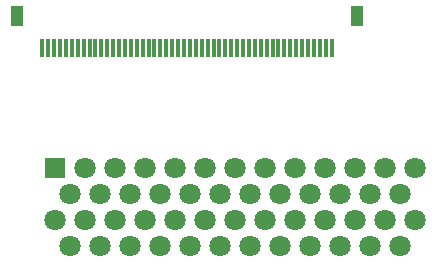
<source format=gbr>
%TF.GenerationSoftware,KiCad,Pcbnew,6.0.0*%
%TF.CreationDate,2022-01-16T11:48:39-05:00*%
%TF.ProjectId,AtomiswaveNetwork,41746f6d-6973-4776-9176-654e6574776f,rev?*%
%TF.SameCoordinates,Original*%
%TF.FileFunction,Soldermask,Top*%
%TF.FilePolarity,Negative*%
%FSLAX46Y46*%
G04 Gerber Fmt 4.6, Leading zero omitted, Abs format (unit mm)*
G04 Created by KiCad (PCBNEW 6.0.0) date 2022-01-16 11:48:39*
%MOMM*%
%LPD*%
G01*
G04 APERTURE LIST*
%ADD10R,1.800000X1.800000*%
%ADD11C,1.800000*%
%ADD12R,1.100000X1.800000*%
%ADD13R,0.300000X1.600000*%
G04 APERTURE END LIST*
D10*
%TO.C,U1*%
X132080000Y-91440000D03*
D11*
X134620000Y-91440000D03*
X137160000Y-91440000D03*
X139700000Y-91440000D03*
X142240000Y-91440000D03*
X144780000Y-91440000D03*
X147320000Y-91440000D03*
X149860000Y-91440000D03*
X152400000Y-91440000D03*
X154940000Y-91440000D03*
X157480000Y-91440000D03*
X160020000Y-91440000D03*
X162560000Y-91440000D03*
X133350000Y-93640000D03*
X135890000Y-93640000D03*
X138430000Y-93640000D03*
X140970000Y-93640000D03*
X143510000Y-93640000D03*
X146050000Y-93640000D03*
X148590000Y-93640000D03*
X151130000Y-93640000D03*
X153670000Y-93640000D03*
X156210000Y-93640000D03*
X158750000Y-93640000D03*
X161290000Y-93640000D03*
X132080000Y-95840000D03*
X134620000Y-95840000D03*
X137160000Y-95840000D03*
X139700000Y-95840000D03*
X142240000Y-95840000D03*
X144780000Y-95840000D03*
X147320000Y-95840000D03*
X149860000Y-95840000D03*
X152400000Y-95840000D03*
X154940000Y-95840000D03*
X157480000Y-95840000D03*
X160020000Y-95840000D03*
X162560000Y-95840000D03*
X133350000Y-98040000D03*
X135890000Y-98040000D03*
X138430000Y-98040000D03*
X140970000Y-98040000D03*
X143510000Y-98040000D03*
X146050000Y-98040000D03*
X148590000Y-98040000D03*
X151130000Y-98040000D03*
X153670000Y-98040000D03*
X156210000Y-98040000D03*
X158750000Y-98040000D03*
X161290000Y-98040000D03*
%TD*%
D12*
%TO.C,U2*%
X157656000Y-78580000D03*
X128856000Y-78580000D03*
D13*
X155506000Y-81280000D03*
X155006000Y-81280000D03*
X154506000Y-81280000D03*
X154006000Y-81280000D03*
X153506000Y-81280000D03*
X153006000Y-81280000D03*
X152506000Y-81280000D03*
X152006000Y-81280000D03*
X151506000Y-81280000D03*
X151006000Y-81280000D03*
X150506000Y-81280000D03*
X150006000Y-81280000D03*
X149506000Y-81280000D03*
X149006000Y-81280000D03*
X148506000Y-81280000D03*
X148006000Y-81280000D03*
X147506000Y-81280000D03*
X147006000Y-81280000D03*
X146506000Y-81280000D03*
X146006000Y-81280000D03*
X145506000Y-81280000D03*
X145006000Y-81280000D03*
X144506000Y-81280000D03*
X144006000Y-81280000D03*
X143506000Y-81280000D03*
X143006000Y-81280000D03*
X142506000Y-81280000D03*
X142006000Y-81280000D03*
X141506000Y-81280000D03*
X141006000Y-81280000D03*
X140506000Y-81280000D03*
X140006000Y-81280000D03*
X139506000Y-81280000D03*
X139006000Y-81280000D03*
X138506000Y-81280000D03*
X138006000Y-81280000D03*
X137506000Y-81280000D03*
X137006000Y-81280000D03*
X136506000Y-81280000D03*
X136006000Y-81280000D03*
X135506000Y-81280000D03*
X135006000Y-81280000D03*
X134506000Y-81280000D03*
X134006000Y-81280000D03*
X133506000Y-81280000D03*
X133006000Y-81280000D03*
X132506000Y-81280000D03*
X132006000Y-81280000D03*
X131506000Y-81280000D03*
X131006000Y-81280000D03*
%TD*%
M02*

</source>
